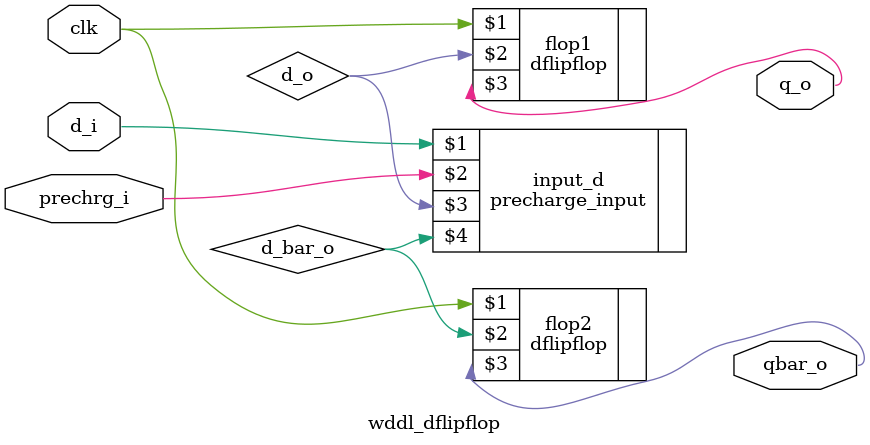
<source format=v>
module wddl_dflipflop (
	d_i      , // first input
	prechrg_i     , // precharge evaluate signal input
	clk,
 	q_o,       // and output
	qbar_o
);

//module dflipflop(clk, d, q);
input prechrg_i,clk,d_i;
output q_o,qbar_o;

wire d_bar_o,d_o;

//precharge_input (a_i, prechrg_i,a_o,not_a_o);

precharge_input input_d(d_i,prechrg_i,d_o,d_bar_o);

dflipflop flop1(clk,d_o,q_o);
dflipflop flop2(clk,d_bar_o,qbar_o);


endmodule
</source>
